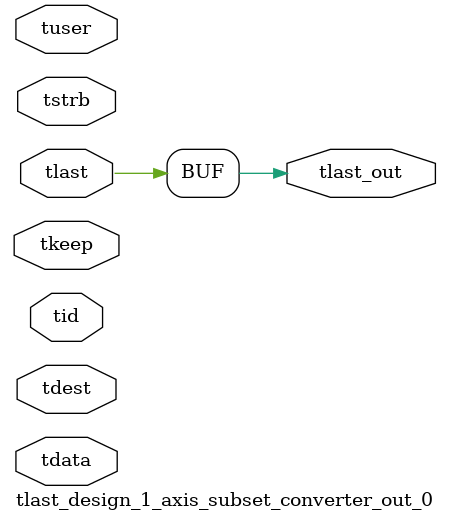
<source format=v>


`timescale 1ps/1ps

module tlast_design_1_axis_subset_converter_out_0 #
(
parameter C_S_AXIS_TID_WIDTH   = 1,
parameter C_S_AXIS_TUSER_WIDTH = 0,
parameter C_S_AXIS_TDATA_WIDTH = 0,
parameter C_S_AXIS_TDEST_WIDTH = 0
)
(
input  [(C_S_AXIS_TID_WIDTH   == 0 ? 1 : C_S_AXIS_TID_WIDTH)-1:0       ] tid,
input  [(C_S_AXIS_TDATA_WIDTH == 0 ? 1 : C_S_AXIS_TDATA_WIDTH)-1:0     ] tdata,
input  [(C_S_AXIS_TUSER_WIDTH == 0 ? 1 : C_S_AXIS_TUSER_WIDTH)-1:0     ] tuser,
input  [(C_S_AXIS_TDEST_WIDTH == 0 ? 1 : C_S_AXIS_TDEST_WIDTH)-1:0     ] tdest,
input  [(C_S_AXIS_TDATA_WIDTH/8)-1:0 ] tkeep,
input  [(C_S_AXIS_TDATA_WIDTH/8)-1:0 ] tstrb,
input  [0:0]                                                             tlast,
output                                                                   tlast_out
);

assign tlast_out = {tlast};

endmodule


</source>
